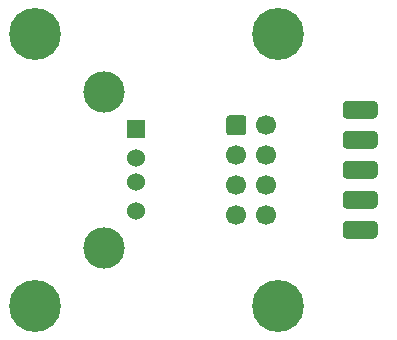
<source format=gbr>
%TF.GenerationSoftware,KiCad,Pcbnew,(5.1.8)-1*%
%TF.CreationDate,2021-02-12T13:32:35+03:00*%
%TF.ProjectId,lcd_pcb,6c63645f-7063-4622-9e6b-696361645f70,rev?*%
%TF.SameCoordinates,Original*%
%TF.FileFunction,Soldermask,Top*%
%TF.FilePolarity,Negative*%
%FSLAX46Y46*%
G04 Gerber Fmt 4.6, Leading zero omitted, Abs format (unit mm)*
G04 Created by KiCad (PCBNEW (5.1.8)-1) date 2021-02-12 13:32:35*
%MOMM*%
%LPD*%
G01*
G04 APERTURE LIST*
%ADD10C,0.700000*%
%ADD11C,4.400000*%
%ADD12C,1.700000*%
%ADD13C,3.500000*%
%ADD14R,1.524000X1.524000*%
%ADD15C,1.524000*%
G04 APERTURE END LIST*
D10*
%TO.C,J7*%
X84666726Y-90333274D03*
X83500000Y-89850000D03*
X82333274Y-90333274D03*
X81850000Y-91500000D03*
X82333274Y-92666726D03*
X83500000Y-93150000D03*
X84666726Y-92666726D03*
X85150000Y-91500000D03*
D11*
X83500000Y-91500000D03*
%TD*%
D10*
%TO.C,J6*%
X84666726Y-67333274D03*
X83500000Y-66850000D03*
X82333274Y-67333274D03*
X81850000Y-68500000D03*
X82333274Y-69666726D03*
X83500000Y-70150000D03*
X84666726Y-69666726D03*
X85150000Y-68500000D03*
D11*
X83500000Y-68500000D03*
%TD*%
D10*
%TO.C,J5*%
X105166726Y-90333274D03*
X104000000Y-89850000D03*
X102833274Y-90333274D03*
X102350000Y-91500000D03*
X102833274Y-92666726D03*
X104000000Y-93150000D03*
X105166726Y-92666726D03*
X105650000Y-91500000D03*
D11*
X104000000Y-91500000D03*
%TD*%
D10*
%TO.C,J2*%
X105166726Y-67333274D03*
X104000000Y-66850000D03*
X102833274Y-67333274D03*
X102350000Y-68500000D03*
X102833274Y-69666726D03*
X104000000Y-70150000D03*
X105166726Y-69666726D03*
X105650000Y-68500000D03*
D11*
X104000000Y-68500000D03*
%TD*%
D12*
%TO.C,J4*%
X103040000Y-83830000D03*
X103040000Y-81290000D03*
X103040000Y-78750000D03*
X103040000Y-76210000D03*
X100500000Y-83830000D03*
X100500000Y-81290000D03*
X100500000Y-78750000D03*
G36*
G01*
X99650000Y-76810000D02*
X99650000Y-75610000D01*
G75*
G02*
X99900000Y-75360000I250000J0D01*
G01*
X101100000Y-75360000D01*
G75*
G02*
X101350000Y-75610000I0J-250000D01*
G01*
X101350000Y-76810000D01*
G75*
G02*
X101100000Y-77060000I-250000J0D01*
G01*
X99900000Y-77060000D01*
G75*
G02*
X99650000Y-76810000I0J250000D01*
G01*
G37*
%TD*%
%TO.C,J3*%
G36*
G01*
X109500000Y-85431000D02*
X109500000Y-84669000D01*
G75*
G02*
X109881000Y-84288000I381000J0D01*
G01*
X112119000Y-84288000D01*
G75*
G02*
X112500000Y-84669000I0J-381000D01*
G01*
X112500000Y-85431000D01*
G75*
G02*
X112119000Y-85812000I-381000J0D01*
G01*
X109881000Y-85812000D01*
G75*
G02*
X109500000Y-85431000I0J381000D01*
G01*
G37*
G36*
G01*
X109500000Y-82891000D02*
X109500000Y-82129000D01*
G75*
G02*
X109881000Y-81748000I381000J0D01*
G01*
X112119000Y-81748000D01*
G75*
G02*
X112500000Y-82129000I0J-381000D01*
G01*
X112500000Y-82891000D01*
G75*
G02*
X112119000Y-83272000I-381000J0D01*
G01*
X109881000Y-83272000D01*
G75*
G02*
X109500000Y-82891000I0J381000D01*
G01*
G37*
G36*
G01*
X109500000Y-80351000D02*
X109500000Y-79589000D01*
G75*
G02*
X109881000Y-79208000I381000J0D01*
G01*
X112119000Y-79208000D01*
G75*
G02*
X112500000Y-79589000I0J-381000D01*
G01*
X112500000Y-80351000D01*
G75*
G02*
X112119000Y-80732000I-381000J0D01*
G01*
X109881000Y-80732000D01*
G75*
G02*
X109500000Y-80351000I0J381000D01*
G01*
G37*
G36*
G01*
X109500000Y-77811000D02*
X109500000Y-77049000D01*
G75*
G02*
X109881000Y-76668000I381000J0D01*
G01*
X112119000Y-76668000D01*
G75*
G02*
X112500000Y-77049000I0J-381000D01*
G01*
X112500000Y-77811000D01*
G75*
G02*
X112119000Y-78192000I-381000J0D01*
G01*
X109881000Y-78192000D01*
G75*
G02*
X109500000Y-77811000I0J381000D01*
G01*
G37*
G36*
G01*
X109500000Y-75271000D02*
X109500000Y-74509000D01*
G75*
G02*
X109881000Y-74128000I381000J0D01*
G01*
X112119000Y-74128000D01*
G75*
G02*
X112500000Y-74509000I0J-381000D01*
G01*
X112500000Y-75271000D01*
G75*
G02*
X112119000Y-75652000I-381000J0D01*
G01*
X109881000Y-75652000D01*
G75*
G02*
X109500000Y-75271000I0J381000D01*
G01*
G37*
%TD*%
D13*
%TO.C,J1*%
X89290000Y-86570000D03*
X89290000Y-73430000D03*
D14*
X92000000Y-76500000D03*
D15*
X92000000Y-79000000D03*
X92000000Y-81000000D03*
X92000000Y-83500000D03*
%TD*%
M02*

</source>
